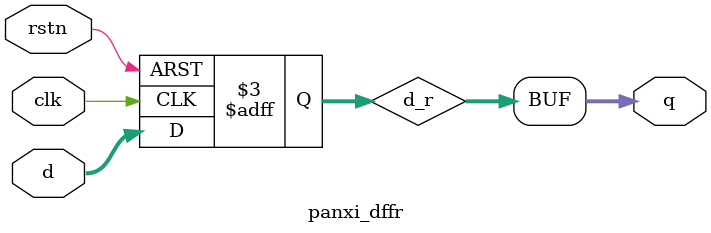
<source format=sv>
module panxi_dffers #(
    parameter WIDTH = 8
)(
    input  logic                clk  , 
    input  logic                rstn , 
    input  logic                en   ,
    input  logic [WIDTH-1:0]    d    ,
    output logic [WIDTH-1:0]    q
);
    logic [WIDTH-1:0] d_r;

    always_ff @(posedge clk or negedge rstn) begin
        if (rstn) begin
            d_r <= {WIDTH{1'b0}};
        end
        else if(en) begin
            d_r <= d;
        end
    end

    assign q = d_r;

    `ifndef FPGA_SOURCE
    `ifndef SYNTHESIS
        panxi_xchecker #(
            .WIDTH(1)
        )u_panxi_xchecker(
            .dat    (en     ),
            .clk    (clk    )
        );
    `endif
    `endif
endmodule


// panxi_soc dff with enable signal (async, low reset)
module panxi_dffer #(
    parameter WIDTH = 8
)(
    input  logic                clk  , 
    input  logic                rstn , 
    input  logic                en   ,
    input  logic [WIDTH-1:0]    d    ,
    output logic [WIDTH-1:0]    q
);
    logic [WIDTH-1:0] d_r;

    always_ff @(posedge clk or negedge rstn) begin
        if (!rstn) begin
            d_r <= {WIDTH{1'b0}};
        end
        else if(en) begin
            d_r <= d;
        end
    end

    assign q = d_r;

    `ifndef FPGA_SOURCE
    `ifndef SYNTHESIS
        panxi_xchecker #(
            .WIDTH(1)
        )u_panxi_xchecker(
            .dat    (en     ),
            .clk    (clk    )
        );
    `endif
    `endif
endmodule


// panxi_soc dff with enable signal (no reset)
module panxi_dffe #(
    parameter WIDTH = 8
)(
    input  logic                clk  , 
    input  logic                en   ,
    input  logic [WIDTH-1:0]    d    ,
    output logic [WIDTH-1:0]    q
);
    logic [WIDTH-1:0] d_r;

    always_ff @(posedge clk) begin
        if(en) begin
            d_r <= d;
        end
    end

    assign q = d_r;

    `ifndef FPGA_SOURCE
    `ifndef SYNTHESIS
        panxi_xchecker #(
            .WIDTH(1)
        )u_panxi_xchecker(
            .dat    (en     ),
            .clk    (clk    )
        );
    `endif
    `endif
endmodule


// panxi_soc dff (async, high reset)
module panxi_dffrs #(
    parameter WIDTH = 8
)(
    input  logic                clk  , 
    input  logic                rstn ,
    input  logic [WIDTH-1:0]    d    ,
    output logic [WIDTH-1:0]    q
);
    logic [WIDTH-1:0] d_r;

    always_ff @(posedge clk or negedge rstn) begin
        if (rstn) begin
            d_r <= {WIDTH{1'b0}};
        end
        else begin
            d_r <= d;
        end
    end

    assign q = d_r;

    `ifndef FPGA_SOURCE
    `ifndef SYNTHESIS
        panxi_xchecker #(
            .WIDTH(1)
        )u_panxi_xchecker(
            .dat    (en     ),
            .clk    (clk    )
        );
    `endif
    `endif
endmodule


// panxi_soc dff (async, low reset)
module panxi_dffr #(
    parameter WIDTH = 8
)(
    input  logic                clk  , 
    input  logic                rstn ,
    input  logic [WIDTH-1:0]    d    ,
    output logic [WIDTH-1:0]    q
);
    logic [WIDTH-1:0] d_r;

    always_ff @(posedge clk or negedge rstn) begin
        if (!rstn) begin
            d_r <= {WIDTH{1'b0}};
        end
        else begin
            d_r <= d;
        end
    end

    assign q = d_r;

    `ifndef FPGA_SOURCE
    `ifndef SYNTHESIS
        panxi_xchecker #(
            .WIDTH(1)
        )u_panxi_xchecker(
            .dat    (en     ),
            .clk    (clk    )
        );
    `endif
    `endif
endmodule
</source>
